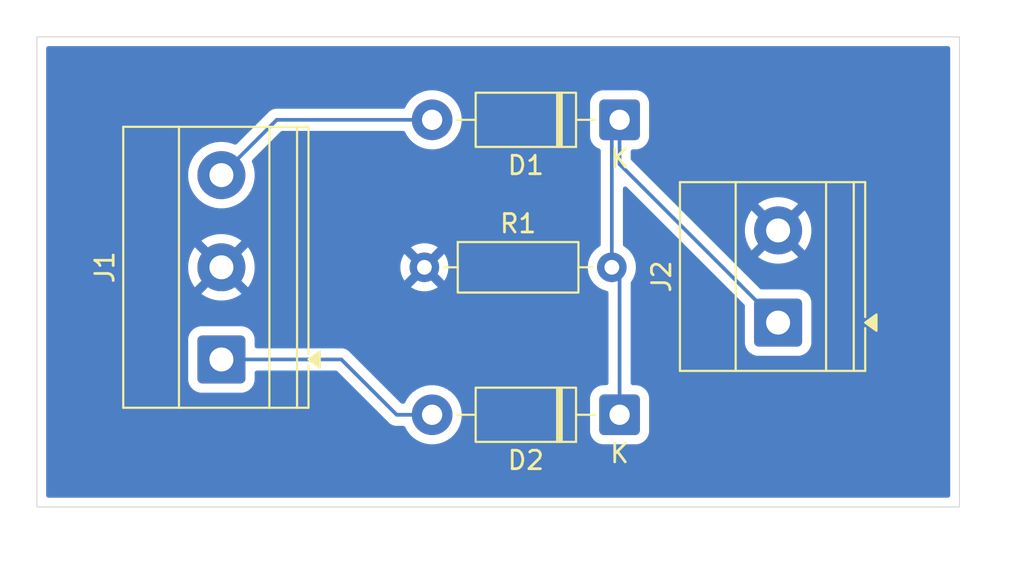
<source format=kicad_pcb>
(kicad_pcb (version 20241229) (generator "pcbnew") (generator_version "9.0")
  (title_block (title "Full wave rectifier ") (date "2025-06-04") (rev "v1"))
  (layers (0 "F.Cu" signal) (2 "B.Cu" signal) (13 "F.Paste" user) (15 "B.Paste" user) (5 "F.SilkS" user "F.Silkscreen") (7 "B.SilkS" user "B.Silkscreen") (1 "F.Mask" user) (3 "B.Mask" user) (25 "Edge.Cuts" user))
  (net 0 "")
  (net 1 "GND")
  (net 2 "Net-(D2-A)")
  (net 3 "Net-(D1-A)")
  (net 4 "Net-(D1-K)")
  (footprint "TerminalBlock_Phoenix:TerminalBlock_Phoenix_MKDS-1,5-2_1x02_P5.00mm_Horizontal" (layer "F.Cu") (at 220 148.5 90)
    (property "Reference" "J2" (at 2.5 -6.32 90) (layer "F.SilkS"))
    (property "Value" "Output")
    (fp_line (start 7.62 -5.32) (end 7.62 4.72) (stroke (width 0.12)) (layer "F.SilkS"))
    (fp_line (start -2.62 -5.32) (end 7.62 -5.32) (stroke (width 0.12)) (layer "F.SilkS"))
    (fp_line (start -2.62 -5.32) (end -2.62 4.72) (stroke (width 0.12)) (layer "F.SilkS"))
    (fp_line (start -2.62 -2.3) (end 7.62 -2.3) (stroke (width 0.12)) (layer "F.SilkS"))
    (fp_line (start -2.62 2.6) (end 7.62 2.6) (stroke (width 0.12)) (layer "F.SilkS"))
    (fp_line (start -2.62 4.1) (end 7.62 4.1) (stroke (width 0.12)) (layer "F.SilkS"))
    (fp_line (start 0.3 4.72) (end 7.62 4.72) (stroke (width 0.12)) (layer "F.SilkS"))
    (fp_line (start -2.62 4.72) (end -0.3 4.72) (stroke (width 0.12)) (layer "F.SilkS"))
    (fp_poly (pts (xy 0 4.72) (xy 0.44 5.33) (xy -0.44 5.33)) (stroke (width 0.12)) (fill yes) (layer "F.SilkS"))
    (pad "1" thru_hole roundrect (at 0 0 90) (size 2.6 2.6) (drill 1.3) (layers "*.Cu" "*.Mask") (roundrect_rratio 0.096154) (net 4 "Net-(D1-K)"))
    (pad "2" thru_hole circle (at 5 0 90) (size 2.6 2.6) (drill 1.3) (layers "*.Cu" "*.Mask") (net 1 "GND"))
  )
  (footprint "Diode_THT:D_DO-41_SOD81_P10.16mm_Horizontal" (layer "F.Cu") (at 211.4075 137.5 180)
    (property "Reference" "D1" (at 5.08 -2.47 0) (layer "F.SilkS"))
    (property "Value" "1N4007")
    (fp_line (start 8.82 0) (end 7.8 0) (stroke (width 0.12)) (layer "F.SilkS"))
    (fp_line (start 3.38 -1.47) (end 3.38 1.47) (stroke (width 0.12)) (layer "F.SilkS"))
    (fp_line (start 3.26 -1.47) (end 3.26 1.47) (stroke (width 0.12)) (layer "F.SilkS"))
    (fp_line (start 3.14 -1.47) (end 3.14 1.47) (stroke (width 0.12)) (layer "F.SilkS"))
    (fp_line (start 1.34 0) (end 2.36 0) (stroke (width 0.12)) (layer "F.SilkS"))
    (fp_rect (start 2.36 -1.47) (end 7.8 1.47) (stroke (width 0.12)) (fill no) (layer "F.SilkS"))
    (fp_text user "K" (at 0 -2.1 0) (layer "F.SilkS"))
    (pad "1" thru_hole roundrect (at 0 0 180) (size 2.2 2.2) (drill 1.1) (layers "*.Cu" "*.Mask") (roundrect_rratio 0.113636) (net 4 "Net-(D1-K)"))
    (pad "2" thru_hole circle (at 10.16 0 180) (size 2.2 2.2) (drill 1.1) (layers "*.Cu" "*.Mask") (net 3 "Net-(D1-A)"))
  )
  (footprint "TerminalBlock_Phoenix:TerminalBlock_Phoenix_MKDS-1,5-3_1x03_P5.00mm_Horizontal" (layer "F.Cu") (at 189.8275 150.5 90)
    (property "Reference" "J1" (at 5 -6.32 90) (layer "F.SilkS"))
    (property "Value" "Input")
    (fp_line (start 12.62 -5.32) (end 12.62 4.72) (stroke (width 0.12)) (layer "F.SilkS"))
    (fp_line (start -2.62 -5.32) (end 12.62 -5.32) (stroke (width 0.12)) (layer "F.SilkS"))
    (fp_line (start -2.62 -5.32) (end -2.62 4.72) (stroke (width 0.12)) (layer "F.SilkS"))
    (fp_line (start -2.62 -2.3) (end 12.62 -2.3) (stroke (width 0.12)) (layer "F.SilkS"))
    (fp_line (start -2.62 2.6) (end 12.62 2.6) (stroke (width 0.12)) (layer "F.SilkS"))
    (fp_line (start -2.62 4.1) (end 12.62 4.1) (stroke (width 0.12)) (layer "F.SilkS"))
    (fp_line (start 0.3 4.72) (end 12.62 4.72) (stroke (width 0.12)) (layer "F.SilkS"))
    (fp_line (start -2.62 4.72) (end -0.3 4.72) (stroke (width 0.12)) (layer "F.SilkS"))
    (fp_poly (pts (xy 0 4.72) (xy 0.44 5.33) (xy -0.44 5.33)) (stroke (width 0.12)) (fill yes) (layer "F.SilkS"))
    (pad "1" thru_hole roundrect (at 0 0 90) (size 2.6 2.6) (drill 1.3) (layers "*.Cu" "*.Mask") (roundrect_rratio 0.096154) (net 2 "Net-(D2-A)"))
    (pad "2" thru_hole circle (at 5 0 90) (size 2.6 2.6) (drill 1.3) (layers "*.Cu" "*.Mask") (net 1 "GND"))
    (pad "3" thru_hole circle (at 10 0 90) (size 2.6 2.6) (drill 1.3) (layers "*.Cu" "*.Mask") (net 3 "Net-(D1-A)"))
  )
  (footprint "Diode_THT:D_DO-41_SOD81_P10.16mm_Horizontal" (layer "F.Cu") (at 211.4075 153.5 180)
    (property "Reference" "D2" (at 5.08 -2.47 0) (layer "F.SilkS"))
    (property "Value" "1N4007")
    (fp_line (start 8.82 0) (end 7.8 0) (stroke (width 0.12)) (layer "F.SilkS"))
    (fp_line (start 3.38 -1.47) (end 3.38 1.47) (stroke (width 0.12)) (layer "F.SilkS"))
    (fp_line (start 3.26 -1.47) (end 3.26 1.47) (stroke (width 0.12)) (layer "F.SilkS"))
    (fp_line (start 3.14 -1.47) (end 3.14 1.47) (stroke (width 0.12)) (layer "F.SilkS"))
    (fp_line (start 1.34 0) (end 2.36 0) (stroke (width 0.12)) (layer "F.SilkS"))
    (fp_rect (start 2.36 -1.47) (end 7.8 1.47) (stroke (width 0.12)) (fill no) (layer "F.SilkS"))
    (fp_text user "K" (at 0 -2.1 0) (layer "F.SilkS"))
    (pad "1" thru_hole roundrect (at 0 0 180) (size 2.2 2.2) (drill 1.1) (layers "*.Cu" "*.Mask") (roundrect_rratio 0.113636) (net 4 "Net-(D1-K)"))
    (pad "2" thru_hole circle (at 10.16 0 180) (size 2.2 2.2) (drill 1.1) (layers "*.Cu" "*.Mask") (net 2 "Net-(D2-A)"))
  )
  (footprint "Resistor_THT:R_Axial_DIN0207_L6.3mm_D2.5mm_P10.16mm_Horizontal" (layer "F.Cu") (at 200.8275 145.5)
    (property "Reference" "R1" (at 5.08 -2.37 0) (layer "F.SilkS"))
    (property "Value" "1.2K")
    (fp_line (start 1.04 0) (end 1.81 0) (stroke (width 0.12)) (layer "F.SilkS"))
    (fp_line (start 9.12 0) (end 8.35 0) (stroke (width 0.12)) (layer "F.SilkS"))
    (fp_rect (start 1.81 -1.37) (end 8.35 1.37) (stroke (width 0.12)) (fill no) (layer "F.SilkS"))
    (pad "1" thru_hole circle (at 0 0) (size 1.6 1.6) (drill 0.8) (layers "*.Cu" "*.Mask") (net 1 "GND"))
    (pad "2" thru_hole circle (at 10.16 0) (size 1.6 1.6) (drill 0.8) (layers "*.Cu" "*.Mask") (net 4 "Net-(D1-K)"))
  )
  (gr_rect (start 179.8275 133) (end 229.8275 158.5) (stroke (width 0.05)) (fill no) (layer "Edge.Cuts"))
  (segment (start 196.3275 150.5) (end 189.8275 150.5) (width 0.2) (layer "B.Cu") (net 2))
  (segment (start 199.3275 153.5) (end 196.3275 150.5) (width 0.2) (layer "B.Cu") (net 2))
  (segment (start 201.2475 153.5) (end 199.3275 153.5) (width 0.2) (layer "B.Cu") (net 2))
  (segment (start 192.8275 137.5) (end 201.2475 137.5) (width 0.2) (layer "B.Cu") (net 3))
  (segment (start 189.8275 140.5) (end 192.8275 137.5) (width 0.2) (layer "B.Cu") (net 3))
  (segment (start 210.9875 137.92) (end 211.4075 137.5) (width 0.2) (layer "B.Cu") (net 4))
  (segment (start 210.9875 145.5) (end 210.9875 137.92) (width 0.2) (layer "B.Cu") (net 4))
  (segment (start 211.4075 153.5) (end 211.4075 145.92) (width 0.2) (layer "B.Cu") (net 4))
  (segment (start 211.4075 137.5) (end 211.4075 139.9075) (width 0.2) (layer "B.Cu") (net 4))
  (segment (start 211.4075 139.9075) (end 220 148.5) (width 0.2) (layer "B.Cu") (net 4))
  (segment (start 211.4075 145.92) (end 210.9875 145.5) (width 0.2) (layer "B.Cu") (net 4))
  (zone (net 1) (net_name "GND") (layer "B.Cu") (connect_pads (clearance 0.5)) (min_thickness 0.25) (fill yes (thermal_gap 0.5) (thermal_bridge_width 0.5))
    (polygon (pts (xy 178.3275 131) (xy 177.8275 161.5) (xy 233.3275 161.5) (xy 232.8275 131)))
  )
)
</source>
